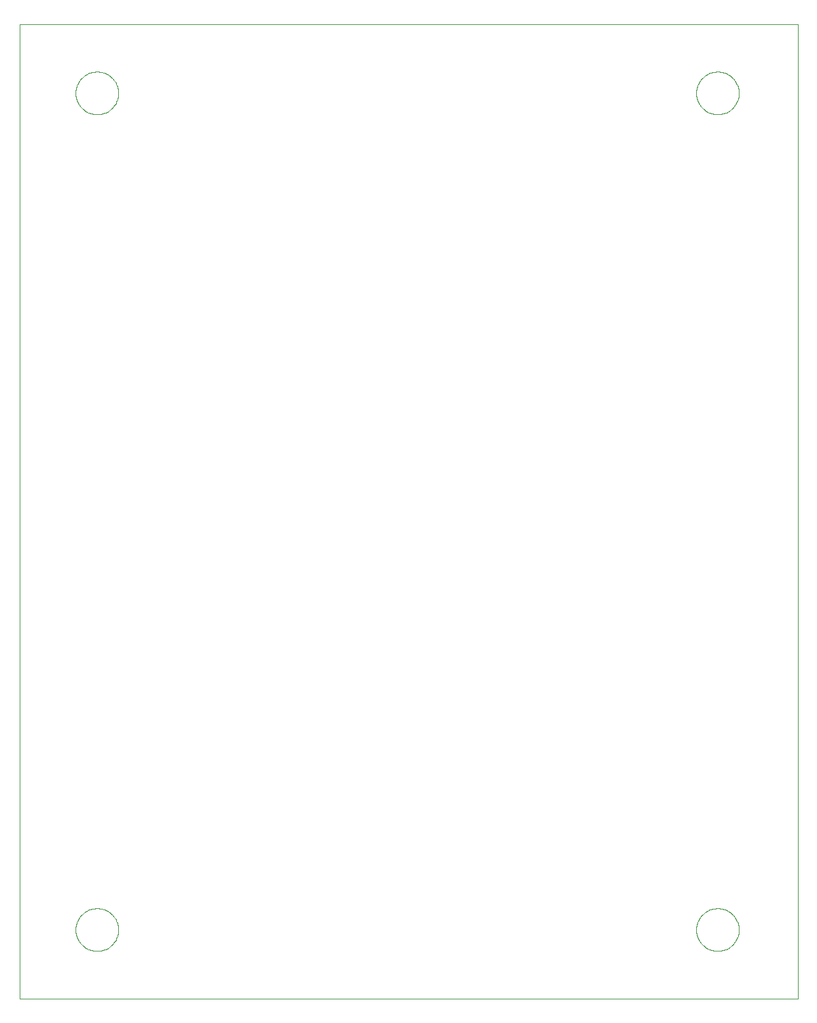
<source format=gm1>
G04 Output by ViewMate Deluxe V11.0.9  PentaLogix LLC*
G04 Mon Nov 10 18:18:37 2014*
%FSLAX33Y33*%
%MOMM*%
%IPPOS*%
%ADD106C,0.0*%

%LPD*%
X0Y0D2*D106*G1X87503Y15558D2*X87508Y15392D1*X87523Y15225*X87549Y15062*X87582Y14900*X87627Y14740*X87681Y14582*X87744Y14430*X87818Y14280*X87899Y14135*X87991Y13995*X88087Y13861*X88194Y13734*X88308Y13612*X88430Y13498*X88557Y13391*X88692Y13294*X88831Y13203*X88976Y13122*X89126Y13048*X89278Y12984*X89436Y12931*X89596Y12885*X89759Y12852*X89921Y12827*X90089Y12812*X90254Y12807*X90419Y12812*X90587Y12827*X90749Y12852*X90912Y12885*X91072Y12931*X91229Y12984*X91382Y13048*X91531Y13122*X91676Y13203*X91816Y13294*X91951Y13391*X92078Y13498*X92199Y13612*X92314Y13734*X92420Y13861*X92517Y13995*X92608Y14135*X92690Y14280*X92763Y14430*X92827Y14582*X92880Y14740*X92926Y14900*X92959Y15062*X92984Y15225*X93000Y15392*X93005Y15558*X93000Y15723*X92984Y15890*X92959Y16053*X92926Y16215*X92880Y16375*X92827Y16533*X92763Y16685*X92690Y16835*X92608Y16980*X92517Y17120*X92420Y17254*X92314Y17381*X92199Y17503*X92078Y17617*X91951Y17724*X91816Y17821*X91676Y17912*X91531Y17993*X91382Y18067*X91229Y18131*X91072Y18184*X90912Y18230*X90749Y18263*X90587Y18288*X90419Y18303*X90254Y18308*X90089Y18303*X89921Y18288*X89759Y18263*X89596Y18230*X89436Y18184*X89278Y18131*X89126Y18067*X88976Y17993*X88831Y17912*X88692Y17821*X88557Y17724*X88430Y17617*X88308Y17503*X88194Y17381*X88087Y17254*X87991Y17120*X87899Y16980*X87818Y16835*X87744Y16685*X87681Y16533*X87627Y16375*X87582Y16215*X87549Y16053*X87523Y15890*X87508Y15723*X87503Y15558*X87503Y123508D2*X87508Y123342D1*X87523Y123175*X87549Y123012*X87582Y122850*X87627Y122690*X87681Y122532*X87744Y122380*X87818Y122230*X87899Y122085*X87991Y121945*X88087Y121811*X88194Y121684*X88308Y121562*X88430Y121448*X88557Y121341*X88692Y121244*X88831Y121153*X88976Y121072*X89126Y120998*X89278Y120934*X89436Y120881*X89596Y120835*X89759Y120802*X89921Y120777*X90089Y120762*X90254Y120757*X90419Y120762*X90587Y120777*X90749Y120802*X90912Y120835*X91072Y120881*X91229Y120934*X91382Y120998*X91531Y121072*X91676Y121153*X91816Y121244*X91951Y121341*X92078Y121448*X92199Y121562*X92314Y121684*X92420Y121811*X92517Y121945*X92608Y122085*X92690Y122230*X92763Y122380*X92827Y122532*X92880Y122690*X92926Y122850*X92959Y123012*X92984Y123175*X93000Y123342*X93005Y123508*X93000Y123673*X92984Y123840*X92959Y124003*X92926Y124165*X92880Y124325*X92827Y124483*X92763Y124635*X92690Y124785*X92608Y124930*X92517Y125070*X92420Y125204*X92314Y125331*X92199Y125453*X92078Y125567*X91951Y125674*X91816Y125771*X91676Y125862*X91531Y125943*X91382Y126017*X91229Y126081*X91072Y126134*X90912Y126180*X90749Y126213*X90587Y126238*X90419Y126253*X90254Y126258*X90089Y126253*X89921Y126238*X89759Y126213*X89596Y126180*X89436Y126134*X89278Y126081*X89126Y126017*X88976Y125943*X88831Y125862*X88692Y125771*X88557Y125674*X88430Y125567*X88308Y125453*X88194Y125331*X88087Y125204*X87991Y125070*X87899Y124930*X87818Y124785*X87744Y124635*X87681Y124483*X87627Y124325*X87582Y124165*X87549Y124003*X87523Y123840*X87508Y123673*X87503Y123508*X7503Y123508D2*X7508Y123342D1*X7523Y123175*X7549Y123012*X7582Y122850*X7628Y122690*X7681Y122532*X7744Y122380*X7818Y122230*X7899Y122085*X7991Y121945*X8087Y121811*X8194Y121684*X8308Y121562*X8430Y121448*X8557Y121341*X8692Y121244*X8832Y121153*X8976Y121072*X9126Y120998*X9279Y120934*X9436Y120881*X9596Y120835*X9759Y120802*X9921Y120777*X10089Y120762*X10254Y120757*X10419Y120762*X10587Y120777*X10749Y120802*X10912Y120835*X11072Y120881*X11229Y120934*X11382Y120998*X11532Y121072*X11676Y121153*X11816Y121244*X11951Y121341*X12078Y121448*X12200Y121562*X12314Y121684*X12421Y121811*X12517Y121945*X12609Y122085*X12690Y122230*X12764Y122380*X12827Y122532*X12880Y122690*X12926Y122850*X12959Y123012*X12984Y123175*X13000Y123342*X13005Y123508*X13000Y123673*X12984Y123840*X12959Y124003*X12926Y124165*X12880Y124325*X12827Y124483*X12764Y124635*X12690Y124785*X12609Y124930*X12517Y125070*X12421Y125204*X12314Y125331*X12200Y125453*X12078Y125567*X11951Y125674*X11816Y125771*X11676Y125862*X11532Y125943*X11382Y126017*X11229Y126081*X11072Y126134*X10912Y126180*X10749Y126213*X10587Y126238*X10419Y126253*X10254Y126258*X10089Y126253*X9921Y126238*X9759Y126213*X9596Y126180*X9436Y126134*X9279Y126081*X9126Y126017*X8976Y125943*X8832Y125862*X8692Y125771*X8557Y125674*X8430Y125567*X8308Y125453*X8194Y125331*X8087Y125204*X7991Y125070*X7899Y124930*X7818Y124785*X7744Y124635*X7681Y124483*X7628Y124325*X7582Y124165*X7549Y124003*X7523Y123840*X7508Y123673*X7503Y123508*X7503Y15558D2*X7508Y15392D1*X7523Y15225*X7549Y15062*X7582Y14900*X7628Y14740*X7681Y14582*X7744Y14430*X7818Y14280*X7899Y14135*X7991Y13995*X8087Y13861*X8194Y13734*X8308Y13612*X8430Y13498*X8557Y13391*X8692Y13294*X8832Y13203*X8976Y13122*X9126Y13048*X9279Y12984*X9436Y12931*X9596Y12885*X9759Y12852*X9921Y12827*X10089Y12812*X10254Y12807*X10419Y12812*X10587Y12827*X10749Y12852*X10912Y12885*X11072Y12931*X11229Y12984*X11382Y13048*X11532Y13122*X11676Y13203*X11816Y13294*X11951Y13391*X12078Y13498*X12200Y13612*X12314Y13734*X12421Y13861*X12517Y13995*X12609Y14135*X12690Y14280*X12764Y14430*X12827Y14582*X12880Y14740*X12926Y14900*X12959Y15062*X12984Y15225*X13000Y15392*X13005Y15558*X13000Y15723*X12984Y15890*X12959Y16053*X12926Y16215*X12880Y16375*X12827Y16533*X12764Y16685*X12690Y16835*X12609Y16980*X12517Y17120*X12421Y17254*X12314Y17381*X12200Y17503*X12078Y17617*X11951Y17724*X11816Y17821*X11676Y17912*X11532Y17993*X11382Y18067*X11229Y18131*X11072Y18184*X10912Y18230*X10749Y18263*X10587Y18288*X10419Y18303*X10254Y18308*X10089Y18303*X9921Y18288*X9759Y18263*X9596Y18230*X9436Y18184*X9279Y18131*X9126Y18067*X8976Y17993*X8832Y17912*X8692Y17821*X8557Y17724*X8430Y17617*X8308Y17503*X8194Y17381*X8087Y17254*X7991Y17120*X7899Y16980*X7818Y16835*X7744Y16685*X7681Y16533*X7628Y16375*X7582Y16215*X7549Y16053*X7523Y15890*X7508Y15723*X7503Y15558*X254Y6668D2*X254Y132398D1*X100584Y132398*X100584Y6668*X254Y6668*X0Y0D2*M02*
</source>
